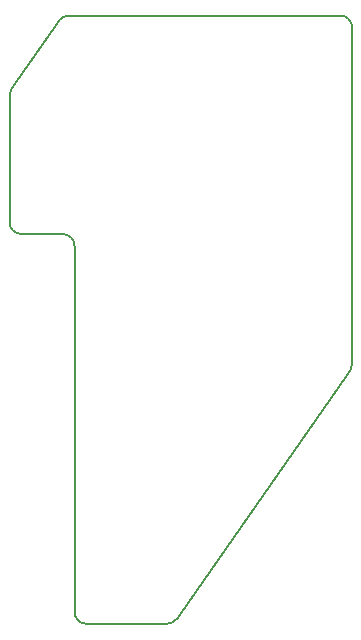
<source format=gbr>
%TF.GenerationSoftware,KiCad,Pcbnew,7.99.0-1.20230926git54171ec.fc37*%
%TF.CreationDate,2023-10-03T14:23:07+01:00*%
%TF.ProjectId,bugg-led-r5,62756767-2d6c-4656-942d-72352e6b6963,rev?*%
%TF.SameCoordinates,Original*%
%TF.FileFunction,Profile,NP*%
%FSLAX46Y46*%
G04 Gerber Fmt 4.6, Leading zero omitted, Abs format (unit mm)*
G04 Created by KiCad (PCBNEW 7.99.0-1.20230926git54171ec.fc37) date 2023-10-03 14:23:07*
%MOMM*%
%LPD*%
G01*
G04 APERTURE LIST*
%TA.AperFunction,Profile*%
%ADD10C,0.160000*%
%TD*%
G04 APERTURE END LIST*
D10*
X19000118Y-16059434D02*
G75*
G02*
X18819000Y-16633000I-1000118J434D01*
G01*
X4156151Y-37573576D02*
G75*
G02*
X3337000Y-37999999I-819151J573576D01*
G01*
X-4500000Y-37000000D02*
X-4500000Y-6000000D01*
X17999315Y13499999D02*
G75*
G02*
X18999999Y12500000I1685J-998999D01*
G01*
X-5000000Y13500000D02*
X18000000Y13500000D01*
X-9999938Y6787861D02*
G75*
G02*
X-9819000Y7362000I1000942J137D01*
G01*
X-9819000Y7362000D02*
X-5820000Y13073000D01*
X19000000Y12500000D02*
X19000000Y-16059000D01*
X3337000Y-38000000D02*
X-3500000Y-38000000D01*
X-3500000Y-38000000D02*
G75*
G02*
X-4500000Y-37000000I-1J999999D01*
G01*
X-5500000Y-5000000D02*
X-9000000Y-5000000D01*
X-8999747Y-5000000D02*
G75*
G02*
X-10000000Y-4000000I746J1000999D01*
G01*
X-5819971Y13073150D02*
G75*
G02*
X-5000000Y13500000I819971J-574149D01*
G01*
X18819000Y-16633000D02*
X4156000Y-37574000D01*
X-5500000Y-5000000D02*
G75*
G02*
X-4500000Y-6000000I1J-999999D01*
G01*
X-10000000Y-4000000D02*
X-10000000Y6788000D01*
M02*

</source>
